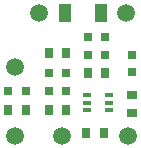
<source format=gts>
%TF.GenerationSoftware,KiCad,Pcbnew,(5.1.12)-1*%
%TF.CreationDate,2023-07-21T13:43:36+02:00*%
%TF.ProjectId,Input_stage,496e7075-745f-4737-9461-67652e6b6963,rev?*%
%TF.SameCoordinates,Original*%
%TF.FileFunction,Soldermask,Top*%
%TF.FilePolarity,Negative*%
%FSLAX46Y46*%
G04 Gerber Fmt 4.6, Leading zero omitted, Abs format (unit mm)*
G04 Created by KiCad (PCBNEW (5.1.12)-1) date 2023-07-21 13:43:36*
%MOMM*%
%LPD*%
G01*
G04 APERTURE LIST*
%ADD10R,0.800000X0.750000*%
%ADD11R,0.750000X0.800000*%
%ADD12R,1.000000X1.600000*%
%ADD13C,1.500000*%
%ADD14R,0.800000X0.900000*%
%ADD15R,0.900000X0.800000*%
%ADD16R,0.650000X0.400000*%
G04 APERTURE END LIST*
D10*
%TO.C,C1*%
X2655000Y-8255000D03*
X1155000Y-8255000D03*
%TD*%
D11*
%TO.C,C2*%
X11684000Y-6719000D03*
X11684000Y-5219000D03*
%TD*%
D10*
%TO.C,C3*%
X4584000Y-6731000D03*
X6084000Y-6731000D03*
%TD*%
%TO.C,C4*%
X4584000Y-8255000D03*
X6084000Y-8255000D03*
%TD*%
%TO.C,C5*%
X7886000Y-5207000D03*
X9386000Y-5207000D03*
%TD*%
%TO.C,C6*%
X9386000Y-3683000D03*
X7886000Y-3683000D03*
%TD*%
D12*
%TO.C,C7*%
X5993000Y-1651000D03*
X8993000Y-1651000D03*
%TD*%
D13*
%TO.C,GND1*%
X11176000Y-1651000D03*
%TD*%
%TO.C,IN1*%
X1778000Y-6223000D03*
%TD*%
%TO.C,OUM1*%
X5715000Y-12065000D03*
%TD*%
%TO.C,OUP1*%
X11303000Y-12065000D03*
%TD*%
%TO.C,POW1*%
X3810000Y-1651000D03*
%TD*%
D14*
%TO.C,R1*%
X2655000Y-9906000D03*
X1155000Y-9906000D03*
%TD*%
%TO.C,R2*%
X7886000Y-6731000D03*
X9386000Y-6731000D03*
%TD*%
D15*
%TO.C,R3*%
X11684000Y-10148000D03*
X11684000Y-8648000D03*
%TD*%
D14*
%TO.C,R4*%
X4584000Y-5080000D03*
X6084000Y-5080000D03*
%TD*%
%TO.C,R5*%
X4584000Y-9906000D03*
X6084000Y-9906000D03*
%TD*%
%TO.C,R6*%
X7759000Y-11811000D03*
X9259000Y-11811000D03*
%TD*%
D16*
%TO.C,U1*%
X9713000Y-9921000D03*
X9713000Y-8621000D03*
X7813000Y-9271000D03*
X9713000Y-9271000D03*
X7813000Y-8621000D03*
X7813000Y-9921000D03*
%TD*%
D13*
%TO.C,GND2*%
X1778000Y-12065000D03*
%TD*%
M02*

</source>
